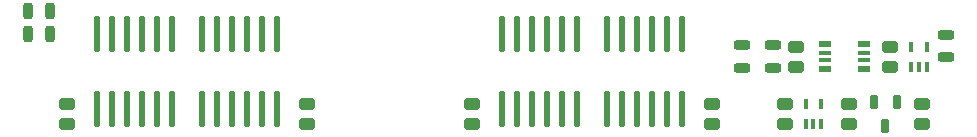
<source format=gtp>
G04 #@! TF.GenerationSoftware,KiCad,Pcbnew,7.0.1-0*
G04 #@! TF.CreationDate,2023-11-01T19:37:55-04:00*
G04 #@! TF.ProjectId,GW4194,47573431-3934-42e6-9b69-6361645f7063,1.1-SOJ-DC*
G04 #@! TF.SameCoordinates,Original*
G04 #@! TF.FileFunction,Paste,Top*
G04 #@! TF.FilePolarity,Positive*
%FSLAX46Y46*%
G04 Gerber Fmt 4.6, Leading zero omitted, Abs format (unit mm)*
G04 Created by KiCad (PCBNEW 7.0.1-0) date 2023-11-01 19:37:55*
%MOMM*%
%LPD*%
G01*
G04 APERTURE LIST*
G04 Aperture macros list*
%AMRoundRect*
0 Rectangle with rounded corners*
0 $1 Rounding radius*
0 $2 $3 $4 $5 $6 $7 $8 $9 X,Y pos of 4 corners*
0 Add a 4 corners polygon primitive as box body*
4,1,4,$2,$3,$4,$5,$6,$7,$8,$9,$2,$3,0*
0 Add four circle primitives for the rounded corners*
1,1,$1+$1,$2,$3*
1,1,$1+$1,$4,$5*
1,1,$1+$1,$6,$7*
1,1,$1+$1,$8,$9*
0 Add four rect primitives between the rounded corners*
20,1,$1+$1,$2,$3,$4,$5,0*
20,1,$1+$1,$4,$5,$6,$7,0*
20,1,$1+$1,$6,$7,$8,$9,0*
20,1,$1+$1,$8,$9,$2,$3,0*%
G04 Aperture macros list end*
%ADD10RoundRect,0.237500X-0.437500X0.262500X-0.437500X-0.262500X0.437500X-0.262500X0.437500X0.262500X0*%
%ADD11RoundRect,0.237500X0.437500X-0.262500X0.437500X0.262500X-0.437500X0.262500X-0.437500X-0.262500X0*%
%ADD12RoundRect,0.187500X0.212500X0.487500X-0.212500X0.487500X-0.212500X-0.487500X0.212500X-0.487500X0*%
%ADD13RoundRect,0.187500X-0.212500X-0.487500X0.212500X-0.487500X0.212500X0.487500X-0.212500X0.487500X0*%
%ADD14RoundRect,0.187500X-0.487500X0.212500X-0.487500X-0.212500X0.487500X-0.212500X0.487500X0.212500X0*%
%ADD15RoundRect,0.060000X0.100000X-0.400000X0.100000X0.400000X-0.100000X0.400000X-0.100000X-0.400000X0*%
%ADD16RoundRect,0.150000X-0.200000X0.475000X-0.200000X-0.475000X0.200000X-0.475000X0.200000X0.475000X0*%
%ADD17RoundRect,0.187500X0.487500X-0.212500X0.487500X0.212500X-0.487500X0.212500X-0.487500X-0.212500X0*%
%ADD18RoundRect,0.125000X0.150000X-1.374000X0.150000X1.374000X-0.150000X1.374000X-0.150000X-1.374000X0*%
%ADD19RoundRect,0.110000X-0.425000X-0.150000X0.425000X-0.150000X0.425000X0.150000X-0.425000X0.150000X0*%
%ADD20RoundRect,0.060000X-0.475000X-0.100000X0.475000X-0.100000X0.475000X0.100000X-0.475000X0.100000X0*%
%ADD21RoundRect,0.072500X-0.462500X-0.112500X0.462500X-0.112500X0.462500X0.112500X-0.462500X0.112500X0*%
G04 APERTURE END LIST*
D10*
X85090000Y-92407000D03*
X85090000Y-94107000D03*
X105410000Y-92407000D03*
X105410000Y-94107000D03*
X119380000Y-92407000D03*
X119380000Y-94107000D03*
D11*
X157480000Y-94107000D03*
X157480000Y-92407000D03*
D12*
X83650000Y-86500000D03*
X81750000Y-86500000D03*
D13*
X81750000Y-84500000D03*
X83650000Y-84500000D03*
D10*
X146800000Y-87550000D03*
X146800000Y-89250000D03*
D14*
X144800000Y-87450000D03*
X144800000Y-89350000D03*
D15*
X147600000Y-94100000D03*
X148250000Y-94100000D03*
X148900000Y-94100000D03*
X148900000Y-92400000D03*
X147600000Y-92400000D03*
X156550000Y-89250000D03*
X157200000Y-89250000D03*
X157850000Y-89250000D03*
X157850000Y-87550000D03*
X156550000Y-87550000D03*
D10*
X154700000Y-87550000D03*
X154700000Y-89250000D03*
D16*
X155300000Y-92200000D03*
X153400000Y-92200000D03*
X154350000Y-94300000D03*
D10*
X151250000Y-92400000D03*
X151250000Y-94100000D03*
D17*
X142200000Y-89350000D03*
X142200000Y-87450000D03*
D10*
X145800000Y-92400000D03*
X145800000Y-94100000D03*
D18*
X121920000Y-92837000D03*
X123190000Y-92837000D03*
X124460000Y-92837000D03*
X125730000Y-92837000D03*
X127000000Y-92837000D03*
X128270000Y-92837000D03*
X130810000Y-92837000D03*
X132080000Y-92837000D03*
X133350000Y-92837000D03*
X134620000Y-92837000D03*
X135890000Y-92837000D03*
X137160000Y-92837000D03*
X137160000Y-86487000D03*
X135890000Y-86487000D03*
X134620000Y-86487000D03*
X133350000Y-86487000D03*
X132080000Y-86487000D03*
X130810000Y-86487000D03*
X128270000Y-86487000D03*
X127000000Y-86487000D03*
X125730000Y-86487000D03*
X124460000Y-86487000D03*
X123190000Y-86487000D03*
X121920000Y-86487000D03*
X87630000Y-92837000D03*
X88900000Y-92837000D03*
X90170000Y-92837000D03*
X91440000Y-92837000D03*
X92710000Y-92837000D03*
X93980000Y-92837000D03*
X96520000Y-92837000D03*
X97790000Y-92837000D03*
X99060000Y-92837000D03*
X100330000Y-92837000D03*
X101600000Y-92837000D03*
X102870000Y-92837000D03*
X102870000Y-86487000D03*
X101600000Y-86487000D03*
X100330000Y-86487000D03*
X99060000Y-86487000D03*
X97790000Y-86487000D03*
X96520000Y-86487000D03*
X93980000Y-86487000D03*
X92710000Y-86487000D03*
X91440000Y-86487000D03*
X90170000Y-86487000D03*
X88900000Y-86487000D03*
X87630000Y-86487000D03*
D10*
X139700000Y-92407000D03*
X139700000Y-94107000D03*
D19*
X149200000Y-87350000D03*
D20*
X149200000Y-88075000D03*
X149200000Y-88725000D03*
D19*
X149200000Y-89450000D03*
X152500000Y-89450000D03*
D21*
X152500000Y-88725000D03*
X152500000Y-88075000D03*
D19*
X152500000Y-87350000D03*
D14*
X159500000Y-86550000D03*
X159500000Y-88450000D03*
M02*

</source>
